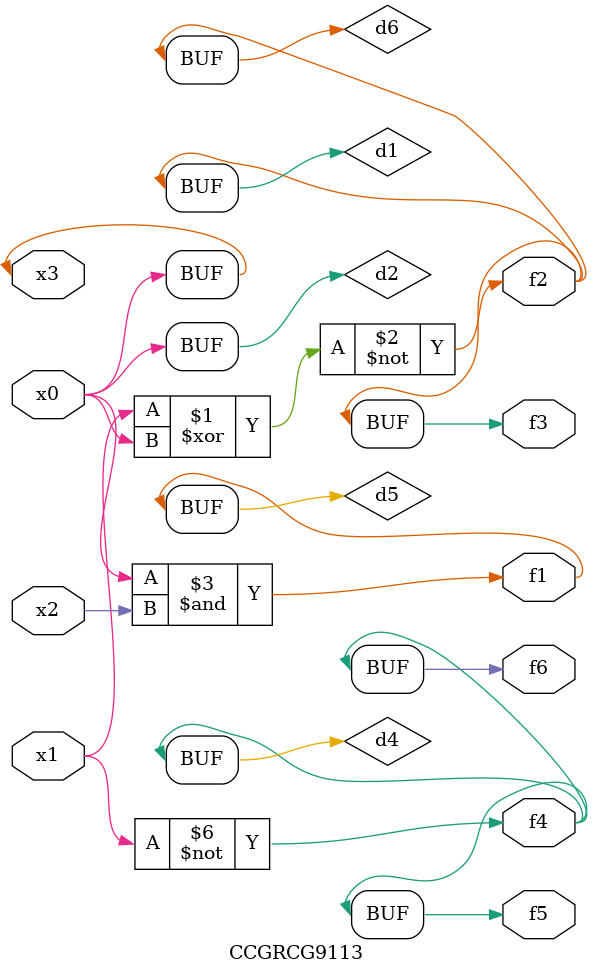
<source format=v>
module CCGRCG9113(
	input x0, x1, x2, x3,
	output f1, f2, f3, f4, f5, f6
);

	wire d1, d2, d3, d4, d5, d6;

	xnor (d1, x1, x3);
	buf (d2, x0, x3);
	nand (d3, x0, x2);
	not (d4, x1);
	nand (d5, d3);
	or (d6, d1);
	assign f1 = d5;
	assign f2 = d6;
	assign f3 = d6;
	assign f4 = d4;
	assign f5 = d4;
	assign f6 = d4;
endmodule

</source>
